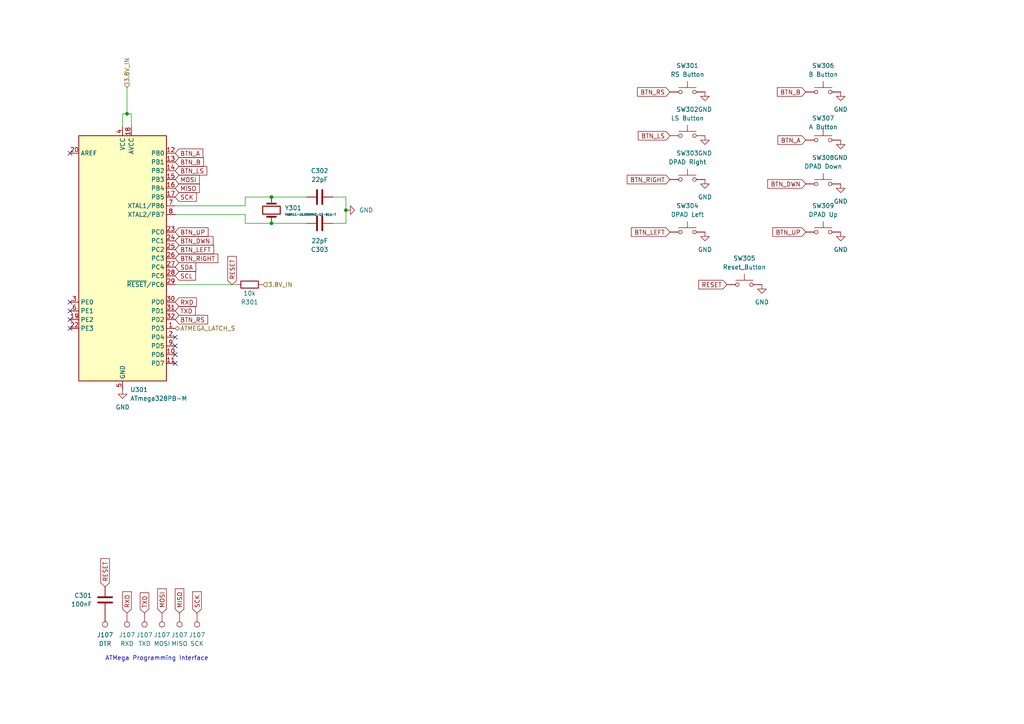
<source format=kicad_sch>
(kicad_sch (version 20230121) (generator eeschema)
  (paper "A4")
  (lib_symbols
    (symbol "Connector:TestPoint" (pin_numbers hide) (pin_names (offset 0.762) hide)
      (property "Reference" "TP" (at 0 6.858 0))
      (property "Value" "TestPoint" (at 0 5.08 0))
      (symbol "TestPoint_0_1"
        (circle (center 0 3.302) (radius 0.762))
      )
      (symbol "TestPoint_1_1"
        (pin passive line (at 0 0 90) (length 2.54) (name "1") (number "1"))
      )
    )
    (symbol "Device:C" (pin_numbers hide) (pin_names (offset 0.254))
      (property "Reference" "C" (at 0.635 2.54 0))
      (property "Value" "C" (at 0.635 -2.54 0))
      (symbol "C_0_1"
        (polyline (pts (xy -2.032 -0.762) (xy 2.032 -0.762)) (stroke (width 0.508)))
        (polyline (pts (xy -2.032 0.762) (xy 2.032 0.762)) (stroke (width 0.508)))
      )
      (symbol "C_1_1"
        (pin passive line (at 0 3.81 270) (length 2.794) (name "~") (number "1"))
        (pin passive line (at 0 -3.81 90) (length 2.794) (name "~") (number "2"))
      )
    )
    (symbol "Device:Crystal" (pin_numbers hide) (pin_names (offset 1.016) hide)
      (property "Reference" "Y" (at 0 3.81 0))
      (property "Value" "Crystal" (at 0 -3.81 0))
      (symbol "Crystal_0_1"
        (rectangle (start -1.143 2.54) (end 1.143 -2.54) (stroke (width 0.3048)))
        (polyline (pts (xy -2.54 0) (xy -1.905 0)))
        (polyline (pts (xy -1.905 -1.27) (xy -1.905 1.27)) (stroke (width 0.508)))
        (polyline (pts (xy 1.905 -1.27) (xy 1.905 1.27)) (stroke (width 0.508)))
        (polyline (pts (xy 2.54 0) (xy 1.905 0)))
      )
      (symbol "Crystal_1_1"
        (pin passive line (at -3.81 0 0) (length 1.27) (name "1") (number "1"))
        (pin passive line (at 3.81 0 180) (length 1.27) (name "2") (number "2"))
      )
    )
    (symbol "Device:R" (pin_numbers hide) (pin_names (offset 0))
      (property "Reference" "R" (at 2.032 0 90))
      (property "Value" "R" (at 0 0 90))
      (symbol "R_0_1"
        (rectangle (start -1.016 -2.54) (end 1.016 2.54) (stroke (width 0.254)))
      )
      (symbol "R_1_1"
        (pin passive line (at 0 3.81 270) (length 1.27) (name "~") (number "1"))
        (pin passive line (at 0 -3.81 90) (length 1.27) (name "~") (number "2"))
      )
    )
    (symbol "MCU_Microchip_ATmega:ATmega328PB-M"
      (property "Reference" "U" (at -12.7 36.83 0))
      (property "Value" "ATmega328PB-M" (at 2.54 -36.83 0))
      (symbol "ATmega328PB-M_0_1"
        (rectangle (start -12.7 -35.56) (end 12.7 35.56) (stroke (width 0.254)) (fill (type background)))
      )
      (symbol "ATmega328PB-M_1_1"
        (pin bidirectional line (at 15.24 -20.32 180) (length 2.54) (name "PD3") (number "1"))
        (pin bidirectional line (at 15.24 -27.94 180) (length 2.54) (name "PD6") (number "10"))
        (pin bidirectional line (at 15.24 -30.48 180) (length 2.54) (name "PD7") (number "11"))
        (pin bidirectional line (at 15.24 30.48 180) (length 2.54) (name "PB0") (number "12"))
        (pin bidirectional line (at 15.24 27.94 180) (length 2.54) (name "PB1") (number "13"))
        (pin bidirectional line (at 15.24 25.4 180) (length 2.54) (name "PB2") (number "14"))
        (pin bidirectional line (at 15.24 22.86 180) (length 2.54) (name "PB3") (number "15"))
        (pin bidirectional line (at 15.24 20.32 180) (length 2.54) (name "PB4") (number "16"))
        (pin bidirectional line (at 15.24 17.78 180) (length 2.54) (name "PB5") (number "17"))
        (pin power_in line (at 2.54 38.1 270) (length 2.54) (name "AVCC") (number "18"))
        (pin bidirectional line (at -15.24 -17.78 0) (length 2.54) (name "PE2") (number "19"))
        (pin bidirectional line (at 15.24 -22.86 180) (length 2.54) (name "PD4") (number "2"))
        (pin passive line (at -15.24 30.48 0) (length 2.54) (name "AREF") (number "20"))
        (pin passive line (at 0 -38.1 90) (length 2.54) hide (name "GND") (number "21"))
        (pin bidirectional line (at -15.24 -20.32 0) (length 2.54) (name "PE3") (number "22"))
        (pin bidirectional line (at 15.24 7.62 180) (length 2.54) (name "PC0") (number "23"))
        (pin bidirectional line (at 15.24 5.08 180) (length 2.54) (name "PC1") (number "24"))
        (pin bidirectional line (at 15.24 2.54 180) (length 2.54) (name "PC2") (number "25"))
        (pin bidirectional line (at 15.24 0 180) (length 2.54) (name "PC3") (number "26"))
        (pin bidirectional line (at 15.24 -2.54 180) (length 2.54) (name "PC4") (number "27"))
        (pin bidirectional line (at 15.24 -5.08 180) (length 2.54) (name "PC5") (number "28"))
        (pin bidirectional line (at 15.24 -7.62 180) (length 2.54) (name "~{RESET}/PC6") (number "29"))
        (pin bidirectional line (at -15.24 -12.7 0) (length 2.54) (name "PE0") (number "3"))
        (pin bidirectional line (at 15.24 -12.7 180) (length 2.54) (name "PD0") (number "30"))
        (pin bidirectional line (at 15.24 -15.24 180) (length 2.54) (name "PD1") (number "31"))
        (pin bidirectional line (at 15.24 -17.78 180) (length 2.54) (name "PD2") (number "32"))
        (pin passive line (at 0 -38.1 90) (length 2.54) hide (name "GND") (number "33"))
        (pin power_in line (at 0 38.1 270) (length 2.54) (name "VCC") (number "4"))
        (pin power_in line (at 0 -38.1 90) (length 2.54) (name "GND") (number "5"))
        (pin bidirectional line (at -15.24 -15.24 0) (length 2.54) (name "PE1") (number "6"))
        (pin bidirectional line (at 15.24 15.24 180) (length 2.54) (name "XTAL1/PB6") (number "7"))
        (pin bidirectional line (at 15.24 12.7 180) (length 2.54) (name "XTAL2/PB7") (number "8"))
        (pin bidirectional line (at 15.24 -25.4 180) (length 2.54) (name "PD5") (number "9"))
      )
    )
    (symbol "Switch:SW_Omron_B3FS" (pin_numbers hide) (pin_names (offset 1.016) hide)
      (property "Reference" "SW" (at 1.27 2.54 0))
      (property "Value" "SW_Omron_B3FS" (at 0 -1.524 0))
      (symbol "SW_Omron_B3FS_0_1"
        (circle (center -2.032 0) (radius 0.508))
        (polyline (pts (xy 0 1.27) (xy 0 3.048)))
        (polyline (pts (xy 2.54 1.27) (xy -2.54 1.27)))
        (circle (center 2.032 0) (radius 0.508))
        (pin passive line (at -5.08 0 0) (length 2.54) (name "1") (number "1"))
        (pin passive line (at 5.08 0 180) (length 2.54) (name "2") (number "2"))
      )
    )
    (symbol "power:GND" (power) (pin_names (offset 0))
      (property "Value" "GND" (at 0 -3.81 0))
      (symbol "GND_0_1"
        (polyline (pts (xy 0 0) (xy 0 -1.27) (xy 1.27 -1.27) (xy 0 -2.54) (xy -1.27 -1.27) (xy 0 -1.27)))
      )
      (symbol "GND_1_1"
        (pin power_in line (at 0 0 270) (length 0) hide (name "GND") (number "1"))
      )
    )
  )
  (junction (at 78.74 64.77))
  (junction (at 36.83 33.02))
  (junction (at 78.74 57.15))
  (junction (at 100.33 60.96))
  (no_connect (at 20.32 92.71))
  (no_connect (at 50.8 105.41))
  (no_connect (at 20.32 95.25))
  (no_connect (at 20.32 87.63))
  (no_connect (at 50.8 102.87))
  (no_connect (at 50.8 97.79))
  (no_connect (at 50.8 100.33))
  (no_connect (at 20.32 90.17))
  (no_connect (at 20.32 44.45))
  (wire (pts (xy 100.33 60.96) (xy 100.33 64.77)))
  (wire (pts (xy 100.33 64.77) (xy 96.52 64.77)))
  (wire (pts (xy 71.12 64.77) (xy 78.74 64.77)))
  (wire (pts (xy 78.74 64.77) (xy 88.9 64.77)))
  (wire (pts (xy 50.8 82.55) (xy 68.58 82.55)))
  (wire (pts (xy 36.83 33.02) (xy 38.1 33.02)))
  (wire (pts (xy 96.52 57.15) (xy 100.33 57.15)))
  (wire (pts (xy 100.33 57.15) (xy 100.33 60.96)))
  (wire (pts (xy 36.83 25.4) (xy 36.83 33.02)))
  (wire (pts (xy 71.12 59.69) (xy 71.12 57.15)))
  (wire (pts (xy 35.56 33.02) (xy 35.56 36.83)))
  (wire (pts (xy 71.12 57.15) (xy 78.74 57.15)))
  (wire (pts (xy 71.12 62.23) (xy 71.12 64.77)))
  (wire (pts (xy 50.8 62.23) (xy 71.12 62.23)))
  (wire (pts (xy 78.74 57.15) (xy 88.9 57.15)))
  (wire (pts (xy 50.8 59.69) (xy 71.12 59.69)))
  (wire (pts (xy 35.56 33.02) (xy 36.83 33.02)))
  (wire (pts (xy 38.1 33.02) (xy 38.1 36.83)))
  (text "ATMega Programming Interface\n" (at 30.48 191.77 0) (effects (font (size 1.27 1.27)) (justify left bottom)))
  (global_label "SCK" (shape input) (at 50.8 57.15 0) (property "Intersheetrefs" "${INTERSHEET_REFS}" (effects hide)))
  (global_label "SDA" (shape input) (at 50.8 77.47 0) (property "Intersheetrefs" "${INTERSHEET_REFS}" (effects hide)))
  (global_label "MISO" (shape input) (at 50.8 54.61 0) (property "Intersheetrefs" "${INTERSHEET_REFS}" (effects hide)))
  (global_label "BTN_B" (shape input) (at 50.8 46.99 0) (property "Intersheetrefs" "${INTERSHEET_REFS}" (effects hide)))
  (global_label "RXD" (shape input) (at 50.8 87.63 0) (property "Intersheetrefs" "${INTERSHEET_REFS}" (effects hide)))
  (global_label "BTN_B" (shape input) (at 233.68 26.67 180) (property "Intersheetrefs" "${INTERSHEET_REFS}" (effects hide)))
  (global_label "BTN_DWN" (shape input) (at 233.68 53.34 180) (property "Intersheetrefs" "${INTERSHEET_REFS}" (effects hide)))
  (global_label "MOSI" (shape input) (at 50.8 52.07 0) (property "Intersheetrefs" "${INTERSHEET_REFS}" (effects hide)))
  (global_label "RXD" (shape input) (at 36.83 177.8 90) (property "Intersheetrefs" "${INTERSHEET_REFS}" (effects hide)))
  (global_label "BTN_A" (shape input) (at 233.68 40.64 180) (property "Intersheetrefs" "${INTERSHEET_REFS}" (effects hide)))
  (global_label "SCL" (shape input) (at 50.8 80.01 0) (property "Intersheetrefs" "${INTERSHEET_REFS}" (effects hide)))
  (global_label "MOSI" (shape input) (at 46.99 177.8 90) (property "Intersheetrefs" "${INTERSHEET_REFS}" (effects hide)))
  (global_label "BTN_RS" (shape input) (at 50.8 92.71 0) (property "Intersheetrefs" "${INTERSHEET_REFS}" (effects hide)))
  (global_label "BTN_RIGHT" (shape input) (at 194.31 52.07 180) (property "Intersheetrefs" "${INTERSHEET_REFS}" (effects hide)))
  (global_label "BTN_LEFT" (shape input) (at 50.8 72.39 0) (property "Intersheetrefs" "${INTERSHEET_REFS}" (effects hide)))
  (global_label "BTN_UP" (shape input) (at 50.8 67.31 0) (property "Intersheetrefs" "${INTERSHEET_REFS}" (effects hide)))
  (global_label "BTN_LS" (shape input) (at 50.8 49.53 0) (property "Intersheetrefs" "${INTERSHEET_REFS}" (effects hide)))
  (global_label "RESET" (shape input) (at 67.31 82.55 90) (property "Intersheetrefs" "${INTERSHEET_REFS}" (effects hide)))
  (global_label "BTN_LEFT" (shape input) (at 194.31 67.31 180) (property "Intersheetrefs" "${INTERSHEET_REFS}" (effects hide)))
  (global_label "BTN_UP" (shape input) (at 233.68 67.31 180) (property "Intersheetrefs" "${INTERSHEET_REFS}" (effects hide)))
  (global_label "RESET" (shape input) (at 210.82 82.55 180) (property "Intersheetrefs" "${INTERSHEET_REFS}" (effects hide)))
  (global_label "RESET" (shape input) (at 30.48 170.18 90) (property "Intersheetrefs" "${INTERSHEET_REFS}" (effects hide)))
  (global_label "TXD" (shape input) (at 50.8 90.17 0) (property "Intersheetrefs" "${INTERSHEET_REFS}" (effects hide)))
  (global_label "TXD" (shape input) (at 41.91 177.8 90) (property "Intersheetrefs" "${INTERSHEET_REFS}" (effects hide)))
  (global_label "BTN_A" (shape input) (at 50.8 44.45 0) (property "Intersheetrefs" "${INTERSHEET_REFS}" (effects hide)))
  (global_label "SCK" (shape input) (at 57.15 177.8 90) (property "Intersheetrefs" "${INTERSHEET_REFS}" (effects hide)))
  (global_label "BTN_DWN" (shape input) (at 50.8 69.85 0) (property "Intersheetrefs" "${INTERSHEET_REFS}" (effects hide)))
  (global_label "MISO" (shape input) (at 52.07 177.8 90) (property "Intersheetrefs" "${INTERSHEET_REFS}" (effects hide)))
  (global_label "BTN_LS" (shape input) (at 194.31 39.37 180) (property "Intersheetrefs" "${INTERSHEET_REFS}" (effects hide)))
  (global_label "BTN_RS" (shape input) (at 194.31 26.67 180) (property "Intersheetrefs" "${INTERSHEET_REFS}" (effects hide)))
  (global_label "BTN_RIGHT" (shape input) (at 50.8 74.93 0) (property "Intersheetrefs" "${INTERSHEET_REFS}" (effects hide)))
  (hierarchical_label "3.8V_IN" (shape input) (at 36.83 25.4 90))
  (hierarchical_label "3.8V_IN" (shape input) (at 76.2 82.55 0))
  (hierarchical_label "ATMEGA_LATCH_S" (shape bidirectional) (at 50.8 95.25 0))
  (symbol (lib_id "Device:C") (at 92.71 64.77 270) (mirror x) (unit 1)
    (property "Reference" "C303" (at 92.71 72.39 90))
    (property "Value" "22pF" (at 92.71 69.85 90))
    (property "Footprint" "Capacitor_SMD:C_0805_2012Metric" (effects hide))
  )
  (symbol (lib_id "Switch:SW_Omron_B3FS") (at 238.76 40.64 0) (unit 1)
    (property "Reference" "SW307" (at 238.76 34.29 0))
    (property "Value" "A Button" (at 238.76 36.83 0))
    (property "Footprint" "Button_Switch_SMD:SW_SPST_Omron_B3FS-100xP" (effects hide))
    (property "Datasheet" "https://octopart.com/b3f-4000-omron-22510?r=sp" (effects hide))
  )
  (symbol (lib_id "power:GND") (at 243.84 53.34 0) (unit 1)
    (property "Reference" "#PWR0310" (effects hide))
    (property "Value" "GND" (at 243.84 58.42 0))
  )
  (symbol (lib_id "power:GND") (at 220.98 82.55 0) (unit 1)
    (property "Reference" "#PWR0307" (effects hide))
    (property "Value" "GND" (at 220.98 87.63 0))
  )
  (symbol (lib_id "Switch:SW_Omron_B3FS") (at 199.39 26.67 0) (unit 1)
    (property "Reference" "SW301" (at 199.39 19.05 0))
    (property "Value" "RS Button" (at 199.39 21.59 0))
    (property "Footprint" "Button_Switch_SMD:SW_SPST_Omron_B3FS-100xP" (effects hide))
    (property "Datasheet" "https://octopart.com/b3f-4000-omron-22510?r=sp" (effects hide))
  )
  (symbol (lib_id "power:GND") (at 35.56 113.03 0) (unit 1)
    (property "Reference" "#PWR0301" (effects hide))
    (property "Value" "GND" (at 35.56 118.11 0))
  )
  (symbol (lib_id "Switch:SW_Omron_B3FS") (at 238.76 53.34 0) (unit 1)
    (property "Reference" "SW308" (at 238.76 45.72 0))
    (property "Value" "DPAD Down" (at 238.76 48.26 0))
    (property "Footprint" "Button_Switch_SMD:SW_SPST_Omron_B3FS-100xP" (effects hide))
    (property "Datasheet" "https://octopart.com/b3f-4000-omron-22510?r=sp" (effects hide))
  )
  (symbol (lib_id "power:GND") (at 100.33 60.96 90) (unit 1)
    (property "Reference" "#PWR0302" (effects hide))
    (property "Value" "GND" (at 104.14 60.96 90) (effects (justify right)))
  )
  (symbol (lib_id "Connector:TestPoint") (at 30.48 177.8 180) (unit 1)
    (property "Reference" "J107" (at 30.48 184.15 0))
    (property "Value" "DTR" (at 30.48 186.69 0))
    (property "Footprint" "TestPoint:TestPoint_Pad_1.5x1.5mm" (effects hide))
    (instances (project "MOBO" (path "" (reference "J107") (unit 1)) (path "" (reference "J301") (unit 1))))
  )
  (symbol (lib_id "Switch:SW_Omron_B3FS") (at 215.9 82.55 0) (unit 1)
    (property "Reference" "SW305" (at 215.9 74.93 0))
    (property "Value" "Reset_Button" (at 215.9 77.47 0))
    (property "Footprint" "Button_Switch_SMD:SW_SPST_Omron_B3FS-100xP" (effects hide))
    (property "Datasheet" "https://octopart.com/b3f-4000-omron-22510?r=sp" (effects hide))
  )
  (symbol (lib_id "Switch:SW_Omron_B3FS") (at 199.39 67.31 0) (unit 1)
    (property "Reference" "SW304" (at 199.39 59.69 0))
    (property "Value" "DPAD Left" (at 199.39 62.23 0))
    (property "Footprint" "Button_Switch_SMD:SW_SPST_Omron_B3FS-100xP" (effects hide))
    (property "Datasheet" "https://octopart.com/b3f-4000-omron-22510?r=sp" (effects hide))
  )
  (symbol (lib_id "Device:C") (at 92.71 57.15 90) (unit 1)
    (property "Reference" "C302" (at 92.71 49.53 90))
    (property "Value" "22pF" (at 92.71 52.07 90))
    (property "Footprint" "Capacitor_SMD:C_0805_2012Metric" (effects hide))
  )
  (symbol (lib_id "power:GND") (at 243.84 40.64 0) (unit 1)
    (property "Reference" "#PWR0309" (effects hide))
    (property "Value" "GND" (at 243.84 45.72 0))
  )
  (symbol (lib_id "Device:Crystal") (at 78.74 60.96 270) (unit 1)
    (property "Reference" "Y301" (at 82.55 60.325 90) (effects (justify left)))
    (property "Value" "YABM11-16.000MHZ-12-B1U-T" (at 82.55 62.23 90) (effects (font (size 0.6 0.6)) (justify left)))
    (property "Footprint" "Crystal:Crystal_SMD_2016-4Pin_2.0x1.6mm" (effects hide))
    (property "Datasheet" "https://octopart.com/abm11-16.000mhz-12-b1u-t-abracon-100102755?r=sp" (effects hide))
  )
  (symbol (lib_id "Connector:TestPoint") (at 57.15 177.8 180) (unit 1)
    (property "Reference" "J107" (at 57.15 184.15 0))
    (property "Value" "SCK" (at 57.15 186.69 0))
    (property "Footprint" "TestPoint:TestPoint_Pad_1.5x1.5mm" (effects hide))
    (instances (project "MOBO" (path "" (reference "J107") (unit 1)) (path "" (reference "J306") (unit 1))))
  )
  (symbol (lib_id "power:GND") (at 204.47 52.07 0) (unit 1)
    (property "Reference" "#PWR0305" (effects hide))
    (property "Value" "GND" (at 204.47 57.15 0))
  )
  (symbol (lib_id "power:GND") (at 243.84 67.31 0) (unit 1)
    (property "Reference" "#PWR0311" (effects hide))
    (property "Value" "GND" (at 243.84 72.39 0))
  )
  (symbol (lib_id "Device:R") (at 72.39 82.55 90) (mirror x) (unit 1)
    (property "Reference" "R301" (at 72.39 87.63 90))
    (property "Value" "10k" (at 72.39 85.09 90))
    (property "Footprint" "Resistor_SMD:R_0805_2012Metric" (effects hide))
  )
  (symbol (lib_id "power:GND") (at 243.84 26.67 0) (unit 1)
    (property "Reference" "#PWR0308" (effects hide))
    (property "Value" "GND" (at 243.84 31.75 0))
  )
  (symbol (lib_id "Switch:SW_Omron_B3FS") (at 199.39 39.37 0) (unit 1)
    (property "Reference" "SW302" (at 199.39 31.75 0))
    (property "Value" "LS Button" (at 199.39 34.29 0))
    (property "Footprint" "Button_Switch_SMD:SW_SPST_Omron_B3FS-100xP" (effects hide))
    (property "Datasheet" "https://octopart.com/b3f-4000-omron-22510?r=sp" (effects hide))
  )
  (symbol (lib_id "Connector:TestPoint") (at 41.91 177.8 180) (unit 1)
    (property "Reference" "J107" (at 41.91 184.15 0))
    (property "Value" "TXD" (at 41.91 186.69 0))
    (property "Footprint" "TestPoint:TestPoint_Pad_1.5x1.5mm" (effects hide))
    (instances (project "MOBO" (path "" (reference "J107") (unit 1)) (path "" (reference "J303") (unit 1))))
  )
  (symbol (lib_id "Switch:SW_Omron_B3FS") (at 238.76 67.31 0) (unit 1)
    (property "Reference" "SW309" (at 238.76 59.69 0))
    (property "Value" "DPAD Up" (at 238.76 62.23 0))
    (property "Footprint" "Button_Switch_SMD:SW_SPST_Omron_B3FS-100xP" (effects hide))
    (property "Datasheet" "https://octopart.com/b3f-4000-omron-22510?r=sp" (effects hide))
  )
  (symbol (lib_id "power:GND") (at 204.47 67.31 0) (unit 1)
    (property "Reference" "#PWR0306" (effects hide))
    (property "Value" "GND" (at 204.47 72.39 0))
  )
  (symbol (lib_id "MCU_Microchip_ATmega:ATmega328PB-M") (at 35.56 74.93 0) (unit 1)
    (property "Reference" "U301" (at 37.7541 113.03 0) (effects (justify left)))
    (property "Value" "ATmega328PB-M" (at 37.7541 115.57 0) (effects (justify left)))
    (property "Footprint" "Package_DFN_QFN:QFN-32-1EP_5x5mm_P0.5mm_EP3.1x3.1mm" (effects hide))
    (property "Datasheet" "http://ww1.microchip.com/downloads/en/DeviceDoc/40001906C.pdf" (effects hide))
  )
  (symbol (lib_id "Switch:SW_Omron_B3FS") (at 199.39 52.07 0) (unit 1)
    (property "Reference" "SW303" (at 199.39 44.45 0))
    (property "Value" "DPAD Right" (at 199.39 46.99 0))
    (property "Footprint" "Button_Switch_SMD:SW_SPST_Omron_B3FS-100xP" (effects hide))
    (property "Datasheet" "https://octopart.com/b3f-4000-omron-22510?r=sp" (effects hide))
  )
  (symbol (lib_id "power:GND") (at 204.47 39.37 0) (unit 1)
    (property "Reference" "#PWR0304" (effects hide))
    (property "Value" "GND" (at 204.47 44.45 0))
  )
  (symbol (lib_id "Connector:TestPoint") (at 36.83 177.8 180) (unit 1)
    (property "Reference" "J107" (at 36.83 184.15 0))
    (property "Value" "RXD" (at 36.83 186.69 0))
    (property "Footprint" "TestPoint:TestPoint_Pad_1.5x1.5mm" (effects hide))
    (instances (project "MOBO" (path "" (reference "J107") (unit 1)) (path "" (reference "J302") (unit 1))))
  )
  (symbol (lib_id "Switch:SW_Omron_B3FS") (at 238.76 26.67 0) (unit 1)
    (property "Reference" "SW306" (at 238.76 19.05 0))
    (property "Value" "B Button" (at 238.76 21.59 0))
    (property "Footprint" "Button_Switch_SMD:SW_SPST_Omron_B3FS-100xP" (effects hide))
    (property "Datasheet" "https://octopart.com/b3f-4000-omron-22510?r=sp" (effects hide))
  )
  (symbol (lib_id "power:GND") (at 204.47 26.67 0) (unit 1)
    (property "Reference" "#PWR0303" (effects hide))
    (property "Value" "GND" (at 204.47 31.75 0))
  )
  (symbol (lib_id "Connector:TestPoint") (at 46.99 177.8 180) (unit 1)
    (property "Reference" "J107" (at 46.99 184.15 0))
    (property "Value" "MOSI" (at 46.99 186.69 0))
    (property "Footprint" "TestPoint:TestPoint_Pad_1.5x1.5mm" (effects hide))
    (instances (project "MOBO" (path "" (reference "J107") (unit 1)) (path "" (reference "J304") (unit 1))))
  )
  (symbol (lib_id "Connector:TestPoint") (at 52.07 177.8 180) (unit 1)
    (property "Reference" "J107" (at 52.07 184.15 0))
    (property "Value" "MISO" (at 52.07 186.69 0))
    (property "Footprint" "TestPoint:TestPoint_Pad_1.5x1.5mm" (effects hide))
    (instances (project "MOBO" (path "" (reference "J107") (unit 1)) (path "" (reference "J305") (unit 1))))
  )
  (symbol (lib_id "Device:C") (at 30.48 173.99 0) (unit 1)
    (property "Reference" "C301" (at 26.67 172.72 0) (effects (justify right)))
    (property "Value" "100nF" (at 26.67 175.26 0) (effects (justify right)))
    (property "Footprint" "Capacitor_SMD:C_0805_2012Metric" (effects hide))
  )
)
</source>
